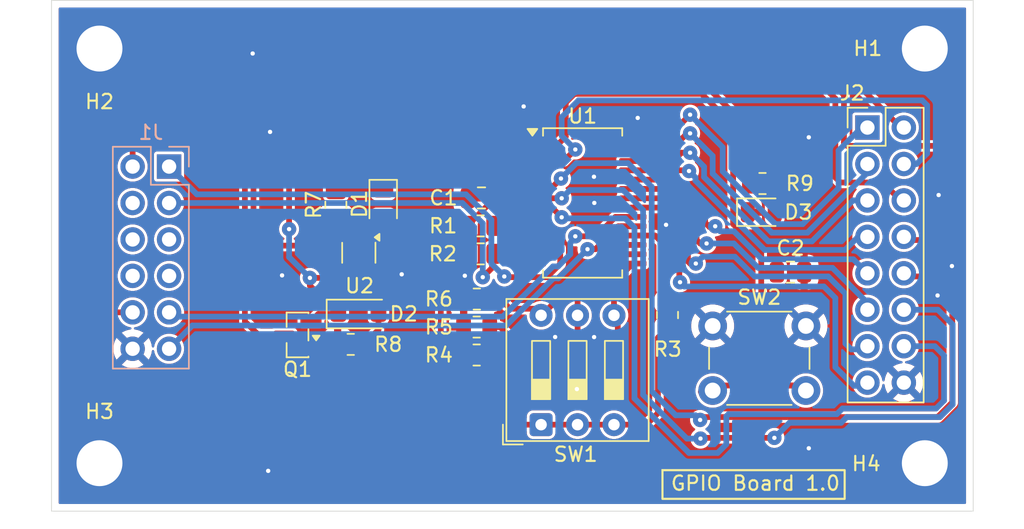
<source format=kicad_pcb>
(kicad_pcb (version 20241229) (generator "pcbnew") (generator_version "9.0")
  (title_block (title "GPIO_Board") (date "2025-10-26") (rev "1.0") (company "PKl"))
  (layers (0 "F.Cu" signal) (2 "B.Cu" signal) (13 "F.Paste" user) (15 "B.Paste" user) (5 "F.SilkS" user "F.Silkscreen") (7 "B.SilkS" user "B.Silkscreen") (1 "F.Mask" user) (3 "B.Mask" user) (25 "Edge.Cuts" user))
  (net 0 "")
  (net 1 "GND")
  (net 2 "I2C0_SDA")
  (net 3 "I2C0_SCL")
  (net 4 "Net-(U1-~{RESET})")
  (net 5 "GPA0")
  (net 6 "GPB0")
  (net 7 "GPB1")
  (net 8 "GPB4")
  (net 9 "GPA1")
  (net 10 "GPA2")
  (net 11 "GPA3")
  (net 12 "GPB6")
  (net 13 "GPA6")
  (net 14 "GPB5")
  (net 15 "GPA7")
  (net 16 "GPB3")
  (net 17 "GPA5")
  (net 18 "GPA4")
  (net 19 "GPB2")
  (net 20 "GPB7")
  (net 21 "ON")
  (net 23 "3V3_GPIO")
  (net 24 "Net-(D1-K)")
  (net 25 "Net-(U1-A0)")
  (net 26 "Net-(U1-A1)")
  (net 27 "Net-(U1-A2)")
  (net 30 "3V3_IN")
  (net 31 "3V3_OUT")
  (net 32 "Net-(D2-A)")
  (net 33 "Net-(D3-A)")
  (net 35 "INTB")
  (net 36 "INTA")
  (footprint "MountingHole:MountingHole_3.2mm_M3_DIN965_Pad" (layer "F.Cu") (at 140.635 79.814999)
    (property "Reference" "H1" (at -3.975 -0.004999 0) (layer "F.SilkS"))
    (property "Value" "MountingHole_Pad" (hide yes))
    (pad "1" thru_hole circle (at 0 0) (size 5.6 5.6) (drill 3.2) (layers "*.Cu" "*.Mask") (net 1 "GND"))
  )
  (footprint "Capacitor_SMD:C_0805_2012Metric" (layer "F.Cu") (at 109.735 90.225 180)
    (property "Reference" "C1" (at 2.65 0 0) (layer "F.SilkS"))
    (property "Value" "100nF")
    (pad "1" smd roundrect (at -0.95 0 180) (size 1 1.45) (layers "F.Cu" "F.Mask" "F.Paste") (net 23 "3V3_GPIO"))
    (pad "2" smd roundrect (at 0.95 0 180) (size 1 1.45) (layers "F.Cu" "F.Mask" "F.Paste") (net 1 "GND"))
  )
  (footprint "Resistor_SMD:R_0805_2012Metric" (layer "F.Cu") (at 100.6225 100.435)
    (property "Reference" "R8" (at 2.6125 0 0) (layer "F.SilkS"))
    (property "Value" "100K")
    (pad "1" smd roundrect (at -0.9125 0) (size 1.025 1.4) (layers "F.Cu" "F.Mask" "F.Paste") (roundrect_rratio 0.243902) (net 1 "GND"))
    (pad "2" smd roundrect (at 0.9125 0) (size 1.025 1.4) (layers "F.Cu" "F.Mask" "F.Paste") (roundrect_rratio 0.243902) (net 32 "Net-(D2-A)"))
  )
  (footprint "MountingHole:MountingHole_3.2mm_M3_DIN965_Pad" (layer "F.Cu") (at 83.11 108.714999)
    (property "Reference" "H3" (at 0 -3.6 0) (layer "F.SilkS"))
    (property "Value" "MountingHole_Pad")
    (pad "1" thru_hole circle (at 0 0) (size 5.6 5.6) (drill 3.2) (layers "*.Cu" "*.Mask") (net 1 "GND"))
  )
  (footprint "Resistor_SMD:R_0805_2012Metric" (layer "F.Cu") (at 109.4 99.225)
    (property "Reference" "R5" (at -2.6375 0 0) (layer "F.SilkS"))
    (property "Value" "47K")
    (pad "1" smd roundrect (at -0.9125 0) (size 1.025 1.4) (layers "F.Cu" "F.Mask" "F.Paste") (roundrect_rratio 0.243902) (net 1 "GND"))
    (pad "2" smd roundrect (at 0.9125 0) (size 1.025 1.4) (layers "F.Cu" "F.Mask" "F.Paste") (roundrect_rratio 0.243902) (net 26 "Net-(U1-A1)"))
  )
  (footprint "Package_SO:SSOP-28_5.3x10.2mm_P0.65mm" (layer "F.Cu") (at 116.785 90.575)
    (property "Reference" "U1" (at 0 -6.05 0) (layer "F.SilkS"))
    (property "Value" "MCP23017_SS")
    (pad "1" smd roundrect (at -3.5 -4.225) (size 1.9 0.4) (layers "F.Cu" "F.Mask" "F.Paste") (net 6 "GPB0"))
    (pad "2" smd roundrect (at -3.5 -3.575) (size 1.9 0.4) (layers "F.Cu" "F.Mask" "F.Paste") (net 7 "GPB1"))
    (pad "3" smd roundrect (at -3.5 -2.925) (size 1.9 0.4) (layers "F.Cu" "F.Mask" "F.Paste") (net 19 "GPB2"))
    (pad "4" smd roundrect (at -3.5 -2.275) (size 1.9 0.4) (layers "F.Cu" "F.Mask" "F.Paste") (net 16 "GPB3"))
    (pad "5" smd roundrect (at -3.5 -1.625) (size 1.9 0.4) (layers "F.Cu" "F.Mask" "F.Paste") (net 8 "GPB4"))
    (pad "6" smd roundrect (at -3.5 -0.975) (size 1.9 0.4) (layers "F.Cu" "F.Mask" "F.Paste") (net 14 "GPB5"))
    (pad "7" smd roundrect (at -3.5 -0.325) (size 1.9 0.4) (layers "F.Cu" "F.Mask" "F.Paste") (net 12 "GPB6"))
    (pad "8" smd roundrect (at -3.5 0.325) (size 1.9 0.4) (layers "F.Cu" "F.Mask" "F.Paste") (net 20 "GPB7"))
    (pad "9" smd roundrect (at -3.5 0.975) (size 1.9 0.4) (layers "F.Cu" "F.Mask" "F.Paste") (net 23 "3V3_GPIO"))
    (pad "10" smd roundrect (at -3.5 1.625) (size 1.9 0.4) (layers "F.Cu" "F.Mask" "F.Paste") (net 1 "GND"))
    (pad "11" smd roundrect (at -3.5 2.275) (size 1.9 0.4) (layers "F.Cu" "F.Mask" "F.Paste"))
    (pad "12" smd roundrect (at -3.5 2.925) (size 1.9 0.4) (layers "F.Cu" "F.Mask" "F.Paste") (net 3 "I2C0_SCL"))
    (pad "13" smd roundrect (at -3.5 3.575) (size 1.9 0.4) (layers "F.Cu" "F.Mask" "F.Paste") (net 2 "I2C0_SDA"))
    (pad "14" smd roundrect (at -3.5 4.225) (size 1.9 0.4) (layers "F.Cu" "F.Mask" "F.Paste"))
    (pad "15" smd roundrect (at 3.5 4.225) (size 1.9 0.4) (layers "F.Cu" "F.Mask" "F.Paste") (net 25 "Net-(U1-A0)"))
    (pad "16" smd roundrect (at 3.5 3.575) (size 1.9 0.4) (layers "F.Cu" "F.Mask" "F.Paste") (net 26 "Net-(U1-A1)"))
    (pad "17" smd roundrect (at 3.5 2.925) (size 1.9 0.4) (layers "F.Cu" "F.Mask" "F.Paste") (net 27 "Net-(U1-A2)"))
    (pad "18" smd roundrect (at 3.5 2.275) (size 1.9 0.4) (layers "F.Cu" "F.Mask" "F.Paste") (net 4 "Net-(U1-~{RESET})"))
    (pad "19" smd roundrect (at 3.5 1.625) (size 1.9 0.4) (layers "F.Cu" "F.Mask" "F.Paste") (net 35 "INTB"))
    (pad "20" smd roundrect (at 3.5 0.975) (size 1.9 0.4) (layers "F.Cu" "F.Mask" "F.Paste") (net 36 "INTA"))
    (pad "21" smd roundrect (at 3.5 0.325) (size 1.9 0.4) (layers "F.Cu" "F.Mask" "F.Paste") (net 5 "GPA0"))
    (pad "22" smd roundrect (at 3.5 -0.325) (size 1.9 0.4) (layers "F.Cu" "F.Mask" "F.Paste") (net 9 "GPA1"))
    (pad "23" smd roundrect (at 3.5 -0.975) (size 1.9 0.4) (layers "F.Cu" "F.Mask" "F.Paste") (net 10 "GPA2"))
    (pad "24" smd roundrect (at 3.5 -1.625) (size 1.9 0.4) (layers "F.Cu" "F.Mask" "F.Paste") (net 11 "GPA3"))
    (pad "25" smd roundrect (at 3.5 -2.275) (size 1.9 0.4) (layers "F.Cu" "F.Mask" "F.Paste") (net 18 "GPA4"))
    (pad "26" smd roundrect (at 3.5 -2.925) (size 1.9 0.4) (layers "F.Cu" "F.Mask" "F.Paste") (net 17 "GPA5"))
    (pad "27" smd roundrect (at 3.5 -3.575) (size 1.9 0.4) (layers "F.Cu" "F.Mask" "F.Paste") (net 13 "GPA6"))
    (pad "28" smd roundrect (at 3.5 -4.225) (size 1.9 0.4) (layers "F.Cu" "F.Mask" "F.Paste") (net 15 "GPA7"))
  )
  (footprint "LED_SMD:LED_0805_2012Metric" (layer "F.Cu") (at 129.235 91.22125)
    (property "Reference" "D3" (at 2.5875 0 0) (layer "F.SilkS"))
    (property "Value" "LED")
    (pad "1" smd roundrect (at -0.9375 0) (size 0.975 1.4) (layers "F.Cu" "F.Mask" "F.Paste") (net 1 "GND"))
    (pad "2" smd roundrect (at 0.9375 0) (size 0.975 1.4) (layers "F.Cu" "F.Mask" "F.Paste") (net 33 "Net-(D3-A)"))
  )
  (footprint "Capacitor_SMD:C_0805_2012Metric" (layer "F.Cu") (at 131.275 95.4)
    (property "Reference" "C2" (at 0 -1.68 0) (layer "F.SilkS"))
    (property "Value" "100nF")
    (pad "1" smd roundrect (at -0.95 0) (size 1 1.45) (layers "F.Cu" "F.Mask" "F.Paste") (net 7 "GPB1"))
    (pad "2" smd roundrect (at 0.95 0) (size 1 1.45) (layers "F.Cu" "F.Mask" "F.Paste") (net 1 "GND"))
  )
  (footprint "Package_TO_SOT_SMD:SOT-23" (layer "F.Cu") (at 96.9125 99.775 180)
    (property "Reference" "Q1" (at 0 -2.4 0) (layer "F.SilkS"))
    (property "Value" "AO3407A")
    (pad "1" smd roundrect (at -0.9375 -0.95 180) (size 1.475 0.6) (layers "F.Cu" "F.Mask" "F.Paste") (net 32 "Net-(D2-A)"))
    (pad "2" smd roundrect (at -0.9375 0.95 180) (size 1.475 0.6) (layers "F.Cu" "F.Mask" "F.Paste") (net 31 "3V3_OUT"))
    (pad "3" smd roundrect (at 0.9375 0 180) (size 1.475 0.6) (layers "F.Cu" "F.Mask" "F.Paste") (net 30 "3V3_IN"))
  )
  (footprint "Button_Switch_THT:SW_PUSH_6mm" (layer "F.Cu") (at 125.85 99.15)
    (property "Reference" "SW2" (at 3.25 -2 0) (layer "F.SilkS"))
    (property "Value" "Tact Switch 6x6mm / 13mm" (hide yes))
    (pad "1" thru_hole circle (at 0 0 90) (size 2 2) (drill 1.1) (layers "*.Cu" "*.Mask") (net 1 "GND"))
    (pad "1" thru_hole circle (at 6.5 0 90) (size 2 2) (drill 1.1) (layers "*.Cu" "*.Mask") (net 1 "GND"))
    (pad "2" thru_hole circle (at 0 4.5 90) (size 2 2) (drill 1.1) (layers "*.Cu" "*.Mask") (net 7 "GPB1"))
    (pad "2" thru_hole circle (at 6.5 4.5 90) (size 2 2) (drill 1.1) (layers "*.Cu" "*.Mask") (net 7 "GPB1"))
  )
  (footprint "Diode_SMD:D_SOD-123F" (layer "F.Cu") (at 101.155 98.315)
    (property "Reference" "D2" (at 3.16 0 0) (layer "F.SilkS"))
    (property "Value" "BZT52C5V1-DIO")
    (pad "1" smd roundrect (at -1.4 0) (size 1.1 1.1) (layers "F.Cu" "F.Mask" "F.Paste") (roundrect_rratio 0.2272727273) (net 31 "3V3_OUT"))
    (pad "2" smd roundrect (at 1.4 0) (size 1.1 1.1) (layers "F.Cu" "F.Mask" "F.Paste") (roundrect_rratio 0.2272727273) (net 32 "Net-(D2-A)"))
  )
  (footprint "Resistor_SMD:R_0805_2012Metric" (layer "F.Cu") (at 129.3225 89.22125 180)
    (property "Reference" "R9" (at -2.6 0 0) (layer "F.SilkS"))
    (property "Value" "330")
    (pad "1" smd roundrect (at -0.9125 0 180) (size 1.025 1.4) (layers "F.Cu" "F.Mask" "F.Paste") (roundrect_rratio 0.243902) (net 33 "Net-(D3-A)"))
    (pad "2" smd roundrect (at 0.9125 0 180) (size 1.025 1.4) (layers "F.Cu" "F.Mask" "F.Paste") (roundrect_rratio 0.243902) (net 6 "GPB0"))
  )
  (footprint "MountingHole:MountingHole_3.2mm_M3_DIN965_Pad" (layer "F.Cu") (at 83.11 79.814999)
    (property "Reference" "H2" (at 0 3.7 0) (layer "F.SilkS"))
    (property "Value" "MountingHole_Pad" (hide yes))
    (pad "1" thru_hole circle (at 0 0) (size 5.6 5.6) (drill 3.2) (layers "*.Cu" "*.Mask") (net 1 "GND"))
  )
  (footprint "Button_Switch_THT:SW_DIP_SPSTx03_Slide_9.78x9.8mm_W7.62mm_P2.54mm" (layer "F.Cu") (at 113.89 106.03 90)
    (property "Reference" "SW1" (at -2.07 2.41 0) (layer "F.SilkS"))
    (property "Value" "SW_DIP_x03")
    (pad "1" thru_hole roundrect (at 0 0 90) (size 1.6 1.6) (drill 0.8) (layers "*.Cu" "*.Mask") (roundrect_rratio 0.15625) (net 23 "3V3_GPIO"))
    (pad "2" thru_hole circle (at 0 2.54 90) (size 1.6 1.6) (drill 0.8) (layers "*.Cu" "*.Mask") (net 23 "3V3_GPIO"))
    (pad "3" thru_hole circle (at 0 5.08 90) (size 1.6 1.6) (drill 0.8) (layers "*.Cu" "*.Mask") (net 23 "3V3_GPIO"))
    (pad "4" thru_hole circle (at 7.62 5.08 90) (size 1.6 1.6) (drill 0.8) (layers "*.Cu" "*.Mask") (net 25 "Net-(U1-A0)"))
    (pad "5" thru_hole circle (at 7.62 2.54 90) (size 1.6 1.6) (drill 0.8) (layers "*.Cu" "*.Mask") (net 26 "Net-(U1-A1)"))
    (pad "6" thru_hole circle (at 7.62 0 90) (size 1.6 1.6) (drill 0.8) (layers "*.Cu" "*.Mask") (net 27 "Net-(U1-A2)"))
  )
  (footprint "Resistor_SMD:R_0805_2012Metric" (layer "F.Cu") (at 99.585 90.7125 90)
    (property "Reference" "R7" (at 0 -1.55 90) (layer "F.SilkS"))
    (property "Value" "1K")
    (pad "1" smd roundrect (at -0.9125 0 90) (size 1.025 1.4) (layers "F.Cu" "F.Mask" "F.Paste") (roundrect_rratio 0.243902) (net 1 "GND"))
    (pad "2" smd roundrect (at 0.9125 0 90) (size 1.025 1.4) (layers "F.Cu" "F.Mask" "F.Paste") (roundrect_rratio 0.243902) (net 24 "Net-(D1-K)"))
  )
  (footprint "Connector_PinHeader_2.54mm:PinHeader_2x08_P2.54mm_Vertical" (layer "F.Cu") (at 136.635 85.32)
    (property "Reference" "J2" (at -1.06 -2.4 0) (layer "F.SilkS"))
    (property "Value" "GPIO")
    (pad "1" thru_hole rect (at 0 0) (size 1.7 1.7) (drill 1) (layers "*.Cu" "*.Mask") (net 15 "GPA7"))
    (pad "2" thru_hole circle (at 2.54 0) (size 1.7 1.7) (drill 1) (layers "*.Cu" "*.Mask") (net 31 "3V3_OUT"))
    (pad "3" thru_hole circle (at 0 2.54) (size 1.7 1.7) (drill 1) (layers "*.Cu" "*.Mask") (net 13 "GPA6"))
    (pad "4" thru_hole circle (at 2.54 2.54) (size 1.7 1.7) (drill 1) (layers "*.Cu" "*.Mask") (net 19 "GPB2"))
    (pad "5" thru_hole circle (at 0 5.08) (size 1.7 1.7) (drill 1) (layers "*.Cu" "*.Mask") (net 17 "GPA5"))
    (pad "6" thru_hole circle (at 2.54 5.08) (size 1.7 1.7) (drill 1) (layers "*.Cu" "*.Mask") (net 16 "GPB3"))
    (pad "7" thru_hole circle (at 0 7.62) (size 1.7 1.7) (drill 1) (layers "*.Cu" "*.Mask") (net 18 "GPA4"))
    (pad "8" thru_hole circle (at 2.54 7.62) (size 1.7 1.7) (drill 1) (layers "*.Cu" "*.Mask") (net 8 "GPB4"))
    (pad "9" thru_hole circle (at 0 10.16) (size 1.7 1.7) (drill 1) (layers "*.Cu" "*.Mask") (net 11 "GPA3"))
    (pad "10" thru_hole circle (at 2.54 10.16) (size 1.7 1.7) (drill 1) (layers "*.Cu" "*.Mask") (net 14 "GPB5"))
    (pad "11" thru_hole circle (at 0 12.7) (size 1.7 1.7) (drill 1) (layers "*.Cu" "*.Mask") (net 10 "GPA2"))
    (pad "12" thru_hole circle (at 2.54 12.7) (size 1.7 1.7) (drill 1) (layers "*.Cu" "*.Mask") (net 12 "GPB6"))
    (pad "13" thru_hole circle (at 0 15.24) (size 1.7 1.7) (drill 1) (layers "*.Cu" "*.Mask") (net 9 "GPA1"))
    (pad "14" thru_hole circle (at 2.54 15.24) (size 1.7 1.7) (drill 1) (layers "*.Cu" "*.Mask") (net 20 "GPB7"))
    (pad "15" thru_hole circle (at 0 17.78) (size 1.7 1.7) (drill 1) (layers "*.Cu" "*.Mask") (net 5 "GPA0"))
    (pad "16" thru_hole circle (at 2.54 17.78) (size 1.7 1.7) (drill 1) (layers "*.Cu" "*.Mask") (net 1 "GND"))
  )
  (footprint "Resistor_SMD:R_0805_2012Metric" (layer "F.Cu") (at 109.6725 94.125 180)
    (property "Reference" "R2" (at 2.6375 0 0) (layer "F.SilkS"))
    (property "Value" "0")
    (pad "1" smd roundrect (at -0.9125 0 180) (size 1.025 1.4) (layers "F.Cu" "F.Mask" "F.Paste") (roundrect_rratio 0.243902) (net 2 "I2C0_SDA"))
    (pad "2" smd roundrect (at 0.9125 0 180) (size 1.025 1.4) (layers "F.Cu" "F.Mask" "F.Paste") (roundrect_rratio 0.243902) (net 23 "3V3_GPIO"))
  )
  (footprint "Resistor_SMD:R_0805_2012Metric" (layer "F.Cu") (at 109.6725 92.175 180)
    (property "Reference" "R1" (at 2.6125 0 0) (layer "F.SilkS"))
    (property "Value" "0")
    (pad "1" smd roundrect (at -0.9125 0 180) (size 1.025 1.4) (layers "F.Cu" "F.Mask" "F.Paste") (roundrect_rratio 0.243902) (net 3 "I2C0_SCL"))
    (pad "2" smd roundrect (at 0.9125 0 180) (size 1.025 1.4) (layers "F.Cu" "F.Mask" "F.Paste") (roundrect_rratio 0.243902) (net 23 "3V3_GPIO"))
  )
  (footprint "Resistor_SMD:R_0805_2012Metric" (layer "F.Cu") (at 109.4 101.175)
    (property "Reference" "R4" (at -2.6375 0 0) (layer "F.SilkS"))
    (property "Value" "47K")
    (pad "1" smd roundrect (at -0.9125 0) (size 1.025 1.4) (layers "F.Cu" "F.Mask" "F.Paste") (roundrect_rratio 0.243902) (net 1 "GND"))
    (pad "2" smd roundrect (at 0.9125 0) (size 1.025 1.4) (layers "F.Cu" "F.Mask" "F.Paste") (roundrect_rratio 0.243902) (net 25 "Net-(U1-A0)"))
  )
  (footprint "LED_SMD:LED_0805_2012Metric" (layer "F.Cu") (at 102.885 90.65 -90)
    (property "Reference" "D1" (at 0 1.65 90) (layer "F.SilkS"))
    (property "Value" "LED")
    (pad "1" smd roundrect (at -0.9375 0 270) (size 0.975 1.4) (layers "F.Cu" "F.Mask" "F.Paste") (net 24 "Net-(D1-K)"))
    (pad "2" smd roundrect (at 0.9375 0 270) (size 0.975 1.4) (layers "F.Cu" "F.Mask" "F.Paste") (net 23 "3V3_GPIO"))
  )
  (footprint "Package_TO_SOT_SMD:SOT-363_SC-70-6" (layer "F.Cu") (at 101.185 94.05 -90)
    (property "Reference" "U2" (at 2.3 -0.05 0) (layer "F.SilkS"))
    (property "Value" "SIP32431DR3-T1GE3")
    (pad "1" smd roundrect (at -0.95 -0.65 270) (size 0.65 0.4) (layers "F.Cu" "F.Mask" "F.Paste") (net 23 "3V3_GPIO"))
    (pad "2" smd roundrect (at -0.95 0 270) (size 0.65 0.4) (layers "F.Cu" "F.Mask" "F.Paste") (net 1 "GND"))
    (pad "3" smd roundrect (at -0.95 0.65 270) (size 0.65 0.4) (layers "F.Cu" "F.Mask" "F.Paste") (net 21 "ON"))
    (pad "4" smd roundrect (at 0.95 0.65 270) (size 0.65 0.4) (layers "F.Cu" "F.Mask" "F.Paste") (net 31 "3V3_OUT"))
    (pad "5" smd roundrect (at 0.95 0 270) (size 0.65 0.4) (layers "F.Cu" "F.Mask" "F.Paste") (net 1 "GND"))
    (pad "6" smd roundrect (at 0.95 -0.65 270) (size 0.65 0.4) (layers "F.Cu" "F.Mask" "F.Paste"))
  )
  (footprint "MountingHole:MountingHole_3.2mm_M3_DIN965_Pad" (layer "F.Cu") (at 140.635 108.714999)
    (property "Reference" "H4" (at -4.085 0.035001 0) (layer "F.SilkS"))
    (property "Value" "MountingHole_Pad")
    (pad "1" thru_hole circle (at 0 0) (size 5.6 5.6) (drill 3.2) (layers "*.Cu" "*.Mask") (net 1 "GND"))
  )
  (footprint "Resistor_SMD:R_0805_2012Metric" (layer "F.Cu") (at 122.7 98.3875 -90)
    (property "Reference" "R3" (at 2.3875 -0.015 0) (layer "F.SilkS"))
    (property "Value" "10K")
    (pad "1" smd roundrect (at -0.9125 0 270) (size 1.025 1.4) (layers "F.Cu" "F.Mask" "F.Paste") (roundrect_rratio 0.243902) (net 4 "Net-(U1-~{RESET})"))
    (pad "2" smd roundrect (at 0.9125 0 270) (size 1.025 1.4) (layers "F.Cu" "F.Mask" "F.Paste") (roundrect_rratio 0.243902) (net 23 "3V3_GPIO"))
  )
  (footprint "Resistor_SMD:R_0805_2012Metric" (layer "F.Cu") (at 109.4125 97.275)
    (property "Reference" "R6" (at -2.65 0 0) (layer "F.SilkS"))
    (property "Value" "47K")
    (pad "1" smd roundrect (at -0.9125 0) (size 1.025 1.4) (layers "F.Cu" "F.Mask" "F.Paste") (roundrect_rratio 0.243902) (net 1 "GND"))
    (pad "2" smd roundrect (at 0.9125 0) (size 1.025 1.4) (layers "F.Cu" "F.Mask" "F.Paste") (roundrect_rratio 0.243902) (net 27 "Net-(U1-A2)"))
  )
  (footprint "Connector_PinHeader_2.54mm:PinHeader_2x06_P2.54mm_Vertical" (layer "B.Cu") (at 87.96 88.04 180)
    (property "Reference" "J1" (at 1.27 2.38 0) (layer "B.SilkS") (effects (justify mirror)))
    (property "Value" "COM")
    (pad "1" thru_hole rect (at 0 0 180) (size 1.7 1.7) (drill 1) (layers "*.Cu" "*.Mask") (net 3 "I2C0_SCL"))
    (pad "2" thru_hole circle (at 2.54 0 180) (size 1.7 1.7) (drill 1) (layers "*.Cu" "*.Mask") (net 30 "3V3_IN"))
    (pad "3" thru_hole circle (at 0 -2.54 180) (size 1.7 1.7) (drill 1) (layers "*.Cu" "*.Mask") (net 2 "I2C0_SDA"))
    (pad "4" thru_hole circle (at 2.54 -2.54 180) (size 1.7 1.7) (drill 1) (layers "*.Cu" "*.Mask"))
    (pad "5" thru_hole circle (at 0 -5.08 180) (size 1.7 1.7) (drill 1) (layers "*.Cu" "*.Mask"))
    (pad "6" thru_hole circle (at 2.54 -5.08 180) (size 1.7 1.7) (drill 1) (layers "*.Cu" "*.Mask"))
    (pad "7" thru_hole circle (at 0 -7.62 180) (size 1.7 1.7) (drill 1) (layers "*.Cu" "*.Mask"))
    (pad "8" thru_hole circle (at 2.54 -7.62 180) (size 1.7 1.7) (drill 1) (layers "*.Cu" "*.Mask"))
    (pad "9" thru_hole circle (at 0 -10.16 180) (size 1.7 1.7) (drill 1) (layers "*.Cu" "*.Mask") (net 36 "INTA"))
    (pad "10" thru_hole circle (at 2.54 -10.16 180) (size 1.7 1.7) (drill 1) (layers "*.Cu" "*.Mask") (net 21 "ON"))
    (pad "11" thru_hole circle (at 0 -12.7 180) (size 1.7 1.7) (drill 1) (layers "*.Cu" "*.Mask") (net 35 "INTB"))
    (pad "12" thru_hole circle (at 2.54 -12.7 180) (size 1.7 1.7) (drill 1) (layers "*.Cu" "*.Mask") (net 1 "GND"))
  )
  (gr_rect (start 122.35 109.2) (end 135.05 111.2) (stroke (width 0.15)) (fill no) (layer "F.SilkS"))
  (gr_rect (start 79.767152 76.454999) (end 144.01 112.059999) (stroke (width 0.05)) (fill no) (layer "Edge.Cuts"))
  (gr_text "GPIO Board 1.0" (at 122.85 110.7 0) (layer "F.SilkS") (effects (font (size 1 1)) (justify left bottom)))
  (segment (start 128.41 91.10875) (end 128.2975 91.22125) (width 0.4) (layer "F.Cu") (net 1))
  (segment (start 83.86 81.575) (end 84.61 80.825) (width 0.4) (layer "F.Cu") (net 1))
  (via (at 104.175 95.55) (size 1) (drill 0.3) (layers "F.Cu" "B.Cu") (net 1))
  (via (at 132.55 86) (size 1) (drill 0.3) (layers "F.Cu" "B.Cu") (net 1))
  (via (at 117.6 90.575) (size 1) (drill 0.3) (layers "F.Cu" "B.Cu") (net 1))
  (via (at 117.585 99.925) (size 1) (drill 0.3) (layers "F.Cu" "B.Cu") (net 1))
  (via (at 93.7875 80.16) (size 1) (drill 0.3) (layers "F.Cu" "B.Cu") (net 1))
  (via (at 117.575 88.75) (size 1) (drill 0.3) (layers "F.Cu" "B.Cu") (net 1))
  (via (at 132.55 107.675) (size 1) (drill 0.3) (layers "F.Cu" "B.Cu") (net 1))
  (via (at 122.6 92.1) (size 1) (drill 0.3) (layers "F.Cu" "B.Cu") (net 1))
  (via (at 141.6 90.025) (size 1) (drill 0.3) (layers "F.Cu" "B.Cu") (net 1))
  (via (at 94.8675 109.25) (size 1) (drill 0.3) (layers "F.Cu" "B.Cu") (net 1))
  (via (at 112.675 83.85) (size 1) (drill 0.3) (layers "F.Cu" "B.Cu") (net 1))
  (via (at 114.87 99.92) (size 1) (drill 0.3) (layers "F.Cu" "B.Cu") (net 1))
  (via (at 95 85.625) (size 1) (drill 0.3) (layers "F.Cu" "B.Cu") (net 1))
  (via (at 116.385 103.55) (size 1) (drill 0.3) (layers "F.Cu" "B.Cu") (net 1))
  (via (at 120.625 84.65) (size 1) (drill 0.3) (layers "F.Cu" "B.Cu") (net 1))
  (via (at 142.525 94.975) (size 1) (drill 0.3) (layers "F.Cu" "B.Cu") (net 1))
  (via (at 141.525 97.025) (size 1) (drill 0.3) (layers "F.Cu" "B.Cu") (net 1))
  (via (at 95.835 95.625) (size 1) (drill 0.3) (layers "F.Cu" "B.Cu") (net 1))
  (via (at 108.575 95.65) (size 1) (drill 0.3) (layers "F.Cu" "B.Cu") (net 1))
  (segment (start 110.475 95.1) (end 110.475 94.235) (width 0.4) (layer "F.Cu") (net 2))
  (segment (start 109.825 95.75) (end 110.475 95.1) (width 0.4) (layer "F.Cu") (net 2))
  (segment (start 110.61 94.15) (end 113.285 94.15) (width 0.4) (layer "F.Cu") (net 2))
  (segment (start 110.475 94.235) (end 110.585 94.125) (width 0.4) (layer "F.Cu") (net 2))
  (segment (start 110.585 94.125) (end 110.61 94.15) (width 0.4) (layer "F.Cu") (net 2))
  (via (at 109.825 95.75) (size 1) (drill 0.3) (layers "F.Cu" "B.Cu") (net 2))
  (segment (start 109.825 92) (end 108.405 90.58) (width 0.4) (layer "B.Cu") (net 2))
  (segment (start 87.98 90.6) (end 87.96 90.58) (width 0.4) (layer "B.Cu") (net 2))
  (segment (start 108.405 90.58) (end 87.325 90.58) (width 0.4) (layer "B.Cu") (net 2))
  (segment (start 109.825 95.75) (end 109.825 92) (width 0.4) (layer "B.Cu") (net 2))
  (segment (start 115.225 93.75) (end 114.975 93.5) (width 0.4) (layer "F.Cu") (net 3))
  (segment (start 112.05 93.5) (end 113.285 93.5) (width 0.4) (layer "F.Cu") (net 3))
  (segment (start 111.375 95.75) (end 114.3 95.75) (width 0.4) (layer "F.Cu") (net 3))
  (segment (start 114.3 95.75) (end 115.225 94.825) (width 0.4) (layer "F.Cu") (net 3))
  (segment (start 114.975 93.5) (end 113.285 93.5) (width 0.4) (layer "F.Cu") (net 3))
  (segment (start 115.225 94.825) (end 115.225 93.75) (width 0.4) (layer "F.Cu") (net 3))
  (segment (start 110.725 92.175) (end 112.05 93.5) (width 0.4) (layer "F.Cu") (net 3))
  (segment (start 110.585 92.175) (end 110.725 92.175) (width 0.4) (layer "F.Cu") (net 3))
  (segment (start 111.325 95.7) (end 111.375 95.75) (width 0.4) (layer "F.Cu") (net 3))
  (via (at 111.325 95.7) (size 1) (drill 0.3) (layers "F.Cu" "B.Cu") (net 3))
  (segment (start 110.425 94.8) (end 110.425 91.751472) (width 0.4) (layer "B.Cu") (net 3))
  (segment (start 89.895 89.975) (end 87.96 88.04) (width 0.4) (layer "B.Cu") (net 3))
  (segment (start 111.325 95.7) (end 110.425 94.8) (width 0.4) (layer "B.Cu") (net 3))
  (segment (start 108.648528 89.975) (end 89.895 89.975) (width 0.4) (layer "B.Cu") (net 3))
  (segment (start 110.425 91.751472) (end 108.648528 89.975) (width 0.4) (layer "B.Cu") (net 3))
  (segment (start 120.285 92.85) (end 121.835 92.85) (width 0.4) (layer "F.Cu") (net 4))
  (segment (start 122.335 96.625) (end 122.7 96.99) (width 0.4) (layer "F.Cu") (net 4))
  (segment (start 122.335 93.35) (end 122.335 96.625) (width 0.4) (layer "F.Cu") (net 4))
  (segment (start 122.7 96.99) (end 122.7 97.475) (width 0.4) (layer "F.Cu") (net 4))
  (segment (start 121.835 92.85) (end 122.335 93.35) (width 0.4) (layer "F.Cu") (net 4))
  (segment (start 123.525 91.65) (end 123.525 96.05) (width 0.4) (layer "F.Cu") (net 5))
  (segment (start 123.525 96.05) (end 123.575 96.1) (width 0.4) (layer "F.Cu") (net 5))
  (segment (start 122.775 90.9) (end 123.525 91.65) (width 0.4) (layer "F.Cu") (net 5))
  (segment (start 120.285 90.9) (end 122.775 90.9) (width 0.4) (layer "F.Cu") (net 5))
  (via (at 123.575 96.1) (size 1) (drill 0.3) (layers "F.Cu" "B.Cu") (net 5))
  (segment (start 134.4 102.025) (end 134.4 97.2) (width 0.4) (layer "B.Cu") (net 5))
  (segment (start 123.875 96.4) (end 123.575 96.1) (width 0.4) (layer "B.Cu") (net 5))
  (segment (start 134.4 97.2) (end 133.6 96.4) (width 0.4) (layer "B.Cu") (net 5))
  (segment (start 135.695 103.32) (end 134.4 102.025) (width 0.4) (layer "B.Cu") (net 5))
  (segment (start 133.6 96.4) (end 123.875 96.4) (width 0.4) (layer "B.Cu") (net 5))
  (segment (start 136.635 103.32) (end 135.695 103.32) (width 0.4) (layer "B.Cu") (net 5))
  (segment (start 127.875 88.68625) (end 128.41 89.22125) (width 0.4) (layer "F.Cu") (net 6))
  (segment (start 125.35 82.375) (end 127.875 84.9) (width 0.4) (layer "F.Cu") (net 6))
  (segment (start 115.01 85.7) (end 115.01 83.3) (width 0.4) (layer "F.Cu") (net 6))
  (segment (start 115.935 82.375) (end 125.35 82.375) (width 0.4) (layer "F.Cu") (net 6))
  (segment (start 114.36 86.35) (end 115.01 85.7) (width 0.4) (layer "F.Cu") (net 6))
  (segment (start 115.01 83.3) (end 115.935 82.375) (width 0.4) (layer "F.Cu") (net 6))
  (segment (start 127.875 84.9) (end 127.875 88.68625) (width 0.4) (layer "F.Cu") (net 6))
  (segment (start 113.285 86.35) (end 114.36 86.35) (width 0.4) (layer "F.Cu") (net 6))
  (segment (start 125.08875 82.975) (end 127.275 85.16125) (width 0.4) (layer "F.Cu") (net 7))
  (segment (start 127.275 92.05) (end 129.235 94.01) (width 0.4) (layer "F.Cu") (net 7))
  (segment (start 114.558528 87) (end 115.61 85.948528) (width 0.4) (layer "F.Cu") (net 7))
  (segment (start 115.61 85.948528) (end 115.61 83.575) (width 0.4) (layer "F.Cu") (net 7))
  (segment (start 129.235 94.01) (end 129.235 95.79625) (width 0.4) (layer "F.Cu") (net 7))
  (segment (start 129.93875 103.3) (end 129.235 102.59625) (width 0.4) (layer "F.Cu") (net 7))
  (segment (start 129.235 102.59625) (end 129.235 95.79625) (width 0.4) (layer "F.Cu") (net 7))
  (segment (start 127.275 85.16125) (end 127.275 92.05) (width 0.4) (layer "F.Cu") (net 7))
  (segment (start 116.21 82.975) (end 125.08875 82.975) (width 0.4) (layer "F.Cu") (net 7))
  (segment (start 115.61 83.575) (end 116.21 82.975) (width 0.4) (layer "F.Cu") (net 7))
  (segment (start 125.025 103.74625) (end 125.47125 103.3) (width 0.4) (layer "F.Cu") (net 7))
  (segment (start 129.635 95.39625) (end 129.235 95.79625) (width 0.4) (layer "F.Cu") (net 7))
  (segment (start 130.32125 95.39625) (end 129.635 95.39625) (width 0.4) (layer "F.Cu") (net 7))
  (segment (start 131.45 103.3) (end 129.93875 103.3) (width 0.4) (layer "F.Cu") (net 7))
  (segment (start 130.325 95.4) (end 130.32125 95.39625) (width 0.4) (layer "F.Cu") (net 7))
  (segment (start 125.47125 103.3) (end 131.45 103.3) (width 0.4) (layer "F.Cu") (net 7))
  (segment (start 113.285 87) (end 114.558528 87) (width 0.4) (layer "F.Cu") (net 7))
  (segment (start 135 86.375) (end 135 83.051472) (width 0.4) (layer "F.Cu") (net 8))
  (segment (start 111.825 88.95) (end 113.285 88.95) (width 0.4) (layer "F.Cu") (net 8))
  (segment (start 135.225 86.6) (end 135 86.375) (width 0.4) (layer "F.Cu") (net 8))
  (segment (start 142.075 86.6) (end 135.225 86.6) (width 0.4) (layer "F.Cu") (net 8))
  (segment (start 142.675 87.2) (end 142.075 86.6) (width 0.4) (layer "F.Cu") (net 8))
  (segment (start 141.99 93.16) (end 142.675 92.475) (width 0.4) (layer "F.Cu") (net 8))
  (segment (start 110.15 83.076472) (end 110.15 87.275) (width 0.4) (layer "F.Cu") (net 8))
  (segment (start 139.175 93.16) (end 141.99 93.16) (width 0.4) (layer "F.Cu") (net 8))
  (segment (start 112.051472 81.175) (end 110.15 83.076472) (width 0.4) (layer "F.Cu") (net 8))
  (segment (start 139.175 93.15) (end 139.175 93.16) (width 0.4) (layer "F.Cu") (net 8))
  (segment (start 135 83.051472) (end 133.123528 81.175) (width 0.4) (layer "F.Cu") (net 8))
  (segment (start 133.123528 81.175) (end 112.051472 81.175) (width 0.4) (layer "F.Cu") (net 8))
  (segment (start 110.15 87.275) (end 111.825 88.95) (width 0.4) (layer "F.Cu") (net 8))
  (segment (start 142.675 92.475) (end 142.675 87.2) (width 0.4) (layer "F.Cu") (net 8))
  (segment (start 124.675 94.8) (end 124.275 94.8) (width 0.4) (layer "F.Cu") (net 9))
  (segment (start 122.975 90.25) (end 120.285 90.25) (width 0.4) (layer "F.Cu") (net 9))
  (segment (start 124.275 94.8) (end 124.125 94.65) (width 0.4) (layer "F.Cu") (net 9))
  (segment (start 124.125 91.4) (end 122.975 90.25) (width 0.4) (layer "F.Cu") (net 9))
  (segment (start 124.125 94.65) (end 124.125 91.4) (width 0.4) (layer "F.Cu") (net 9))
  (via (at 124.675 94.8) (size 1) (drill 0.3) (layers "F.Cu" "B.Cu") (net 9))
  (segment (start 135.1 100.375) (end 135.505 100.78) (width 0.4) (layer "B.Cu") (net 9))
  (segment (start 128.775 95.7) (end 133.9 95.7) (width 0.4) (layer "B.Cu") (net 9))
  (segment (start 124.675 94.8) (end 125.15 94.325) (width 0.4) (layer "B.Cu") (net 9))
  (segment (start 133.9 95.7) (end 135.1 96.9) (width 0.4) (layer "B.Cu") (net 9))
  (segment (start 135.1 96.9) (end 135.1 100.375) (width 0.4) (layer "B.Cu") (net 9))
  (segment (start 127.4 94.325) (end 128.775 95.7) (width 0.4) (layer "B.Cu") (net 9))
  (segment (start 135.505 100.78) (end 136.635 100.78) (width 0.4) (layer "B.Cu") (net 9))
  (segment (start 125.15 94.325) (end 127.4 94.325) (width 0.4) (layer "B.Cu") (net 9))
  (segment (start 124.725 91.15) (end 123.175 89.6) (width 0.4) (layer "F.Cu") (net 10))
  (segment (start 124.725 93.15) (end 124.725 91.15) (width 0.4) (layer "F.Cu") (net 10))
  (segment (start 124.975 93.4) (end 124.725 93.15) (width 0.4) (layer "F.Cu") (net 10))
  (segment (start 125.425 93.4) (end 124.975 93.4) (width 0.4) (layer "F.Cu") (net 10))
  (segment (start 123.175 89.6) (end 120.285 89.6) (width 0.4) (layer "F.Cu") (net 10))
  (via (at 125.425 93.4) (size 1) (drill 0.3) (layers "F.Cu" "B.Cu") (net 10))
  (segment (start 136.635 97.535) (end 134.2 95.1) (width 0.4) (layer "B.Cu") (net 10))
  (segment (start 129.025 95.1) (end 127.325 93.4) (width 0.4) (layer "B.Cu") (net 10))
  (segment (start 136.635 98.24) (end 136.635 98.02) (width 0.4) (layer "B.Cu") (net 10))
  (segment (start 127.325 93.4) (end 125.425 93.4) (width 0.4) (layer "B.Cu") (net 10))
  (segment (start 134.2 95.1) (end 129.025 95.1) (width 0.4) (layer "B.Cu") (net 10))
  (segment (start 136.635 98.02) (end 136.635 97.535) (width 0.4) (layer "B.Cu") (net 10))
  (segment (start 125.325 91.95) (end 125.325 90.901472) (width 0.4) (layer "F.Cu") (net 11))
  (segment (start 126.025 92.2) (end 125.975 92.25) (width 0.4) (layer "F.Cu") (net 11))
  (segment (start 123.373528 88.95) (end 120.285 88.95) (width 0.4) (layer "F.Cu") (net 11))
  (segment (start 125.625 92.25) (end 125.325 91.95) (width 0.4) (layer "F.Cu") (net 11))
  (segment (start 125.325 90.901472) (end 123.373528 88.95) (width 0.4) (layer "F.Cu") (net 11))
  (segment (start 125.975 92.25) (end 125.625 92.25) (width 0.4) (layer "F.Cu") (net 11))
  (via (at 126.025 92.2) (size 1) (drill 0.3) (layers "F.Cu" "B.Cu") (net 11))
  (segment (start 135.655 94.5) (end 136.635 95.48) (width 0.4) (layer "B.Cu") (net 11))
  (segment (start 126.375 92.55) (end 127.325 92.55) (width 0.4) (layer "B.Cu") (net 11))
  (segment (start 136.635 95.48) (end 136.635 95.7) (width 0.4) (layer "B.Cu") (net 11))
  (segment (start 126.025 92.2) (end 126.375 92.55) (width 0.4) (layer "B.Cu") (net 11))
  (segment (start 129.275 94.5) (end 135.655 94.5) (width 0.4) (layer "B.Cu") (net 11))
  (segment (start 127.325 92.55) (end 129.275 94.5) (width 0.4) (layer "B.Cu") (net 11))
  (segment (start 130.15 106.95) (end 125.05 106.95) (width 0.4) (layer "F.Cu") (net 12))
  (segment (start 113.285 90.25) (end 115.325 90.25) (width 0.4) (layer "F.Cu") (net 12))
  (segment (start 115.325 90.25) (end 115.475 90.25) (width 0.4) (layer "F.Cu") (net 12))
  (segment (start 125.05 106.95) (end 125 107) (width 0.4) (layer "F.Cu") (net 12))
  (via (at 130.15 106.95) (size 1) (drill 0.3) (layers "F.Cu" "B.Cu") (net 12))
  (via (at 125 107) (size 1) (drill 0.3) (layers "F.Cu" "B.Cu") (net 12))
  (via (at 115.325 90.25) (size 1) (drill 0.3) (layers "F.Cu" "B.Cu") (net 12))
  (segment (start 141.7 105.5) (end 142.575 104.625) (width 0.4) (layer "B.Cu") (net 12))
  (segment (start 141.545 98.02) (end 139.395 98.02) (width 0.4) (layer "B.Cu") (net 12))
  (segment (start 139.395 98.02) (end 139.175 98.24) (width 0.4) (layer "B.Cu") (net 12))
  (segment (start 125 107) (end 124.05 107) (width 0.4) (layer "B.Cu") (net 12))
  (segment (start 124.05 107) (end 121 103.95) (width 0.4) (layer "B.Cu") (net 12))
  (segment (start 115.9 89.675) (end 115.325 90.25) (width 0.4) (layer "B.Cu") (net 12))
  (segment (start 121 91.075) (end 119.6 89.675) (width 0.4) (layer "B.Cu") (net 12))
  (segment (start 119.6 89.675) (end 115.9 89.675) (width 0.4) (layer "B.Cu") (net 12))
  (segment (start 130.15 106.95) (end 131.2 105.9) (width 0.4) (layer "B.Cu") (net 12))
  (segment (start 134.8 105.9) (end 135.2 105.5) (width 0.4) (layer "B.Cu") (net 12))
  (segment (start 135.2 105.5) (end 141.7 105.5) (width 0.4) (layer "B.Cu") (net 12))
  (segment (start 121 103.95) (end 121 91.075) (width 0.4) (layer "B.Cu") (net 12))
  (segment (start 142.575 104.625) (end 142.575 99.05) (width 0.4) (layer "B.Cu") (net 12))
  (segment (start 131.2 105.9) (end 134.8 105.9) (width 0.4) (layer "B.Cu") (net 12))
  (segment (start 142.575 99.05) (end 141.545 98.02) (width 0.4) (layer "B.Cu") (net 12))
  (segment (start 124.075 85.725) (end 124.275 85.725) (width 0.4) (layer "F.Cu") (net 13))
  (segment (start 120.285 87) (end 122.8 87) (width 0.4) (layer "F.Cu") (net 13))
  (segment (start 122.8 87) (end 124.075 85.725) (width 0.4) (layer "F.Cu") (net 13))
  (via (at 124.275 85.725) (size 1) (drill 0.3) (layers "F.Cu" "B.Cu") (net 13))
  (segment (start 136.635 87.86) (end 136.635 88.08) (width 0.4) (layer "B.Cu") (net 13))
  (segment (start 128.198528 90.875) (end 128.25 90.926472) (width 0.4) (layer "B.Cu") (net 13))
  (segment (start 125.85 88.526472) (end 125.861764 88.538236) (width 0.4) (layer "B.Cu") (net 13))
  (segment (start 125.861764 88.538236) (end 125.863236 88.538236) (width 0.4) (layer "B.Cu") (net 13))
  (segment (start 125.85 87.3) (end 125.85 88.526472) (width 0.4) (layer "B.Cu") (net 13))
  (segment (start 124.275 85.725) (end 125.85 87.3) (width 0.4) (layer "B.Cu") (net 13))
  (segment (start 125.863236 88.538236) (end 128.198528 90.873528) (width 0.4) (layer "B.Cu") (net 13))
  (segment (start 132.45 92.65) (end 136.635 88.465) (width 0.4) (layer "B.Cu") (net 13))
  (segment (start 129.975 92.65) (end 132.45 92.65) (width 0.4) (layer "B.Cu") (net 13))
  (segment (start 136.635 88.465) (end 136.635 88.44) (width 0.4) (layer "B.Cu") (net 13))
  (segment (start 128.251472 90.926472) (end 129.975 92.65) (width 0.4) (layer "B.Cu") (net 13))
  (segment (start 128.198528 90.873528) (end 128.198528 90.875) (width 0.4) (layer "B.Cu") (net 13))
  (segment (start 128.25 90.926472) (end 128.251472 90.926472) (width 0.4) (layer "B.Cu") (net 13))
  (segment (start 142.55 96.55) (end 141.7 95.7) (width 0.4) (layer "F.Cu") (net 14))
  (segment (start 125.175 105.5) (end 141.525 105.5) (width 0.4) (layer "F.Cu") (net 14))
  (segment (start 114.55 89.6) (end 115.275 88.875) (width 0.4) (layer "F.Cu") (net 14))
  (segment (start 113.285 89.6) (end 114.55 89.6) (width 0.4) (layer "F.Cu") (net 14))
  (segment (start 141.7 95.7) (end 139.175 95.7) (width 0.4) (layer "F.Cu") (net 14))
  (segment (start 124.975 105.7) (end 125.175 105.5) (width 0.4) (layer "F.Cu") (net 14))
  (segment (start 141.525 105.5) (end 142.55 104.475) (width 0.4) (layer "F.Cu") (net 14))
  (segment (start 142.55 104.475) (end 142.55 96.55) (width 0.4) (layer "F.Cu") (net 14))
  (via (at 115.275 88.875) (size 1) (drill 0.3) (layers "F.Cu" "B.Cu") (net 14))
  (via (at 124.975 105.7) (size 1) (drill 0.3) (layers "F.Cu" "B.Cu") (net 14))
  (segment (start 124.65 105.375) (end 123.275 105.375) (width 0.4) (layer "B.Cu") (net 14))
  (segment (start 124.975 105.7) (end 124.65 105.375) (width 0.4) (layer "B.Cu") (net 14))
  (segment (start 116.35 87.8) (end 115.275 88.875) (width 0.4) (layer "B.Cu") (net 14))
  (segment (start 119.95 87.8) (end 116.35 87.8) (width 0.4) (layer "B.Cu") (net 14))
  (segment (start 121.6 89.45) (end 119.95 87.8) (width 0.4) (layer "B.Cu") (net 14))
  (segment (start 121.6 103.7) (end 121.6 89.45) (width 0.4) (layer "B.Cu") (net 14))
  (segment (start 123.275 105.375) (end 121.6 103.7) (width 0.4) (layer "B.Cu") (net 14))
  (segment (start 120.285 86.35) (end 122.35 86.35) (width 0.4) (layer "F.Cu") (net 15))
  (segment (start 122.35 86.35) (end 124.275 84.425) (width 0.4) (layer "F.Cu") (net 15))
  (via (at 124.275 84.425) (size 1) (drill 0.3) (layers "F.Cu" "B.Cu") (net 15))
  (segment (start 124.275 84.425) (end 126.55 86.7) (width 0.4) (layer "B.Cu") (net 15))
  (segment (start 132.125 92.05) (end 134.625 89.55) (width 0.4) (layer "B.Cu") (net 15))
  (segment (start 130.225 92.05) (end 132.125 92.05) (width 0.4) (layer "B.Cu") (net 15))
  (segment (start 136.01 85.54) (end 136.635 85.54) (width 0.4) (layer "B.Cu") (net 15))
  (segment (start 134.625 86.925) (end 136.01 85.54) (width 0.4) (layer "B.Cu") (net 15))
  (segment (start 126.55 88.375) (end 130.225 92.05) (width 0.4) (layer "B.Cu") (net 15))
  (segment (start 134.625 89.55) (end 134.625 86.925) (width 0.4) (layer "B.Cu") (net 15))
  (segment (start 126.55 86.7) (end 126.55 88.375) (width 0.4) (layer "B.Cu") (net 15))
  (segment (start 134.75 89.15) (end 137.705 89.15) (width 0.4) (layer "F.Cu") (net 16))
  (segment (start 110.75 83.325) (end 112.3 81.775) (width 0.4) (layer "F.Cu") (net 16))
  (segment (start 113.285 88.3) (end 112.05 88.3) (width 0.4) (layer "F.Cu") (net 16))
  (segment (start 134.4 83.3) (end 134.4 88.8) (width 0.4) (layer "F.Cu") (net 16))
  (segment (start 110.75 87) (end 110.75 83.325) (width 0.4) (layer "F.Cu") (net 16))
  (segment (start 134.4 88.8) (end 134.75 89.15) (width 0.4) (layer "F.Cu") (net 16))
  (segment (start 112.3 81.775) (end 132.875 81.775) (width 0.4) (layer "F.Cu") (net 16))
  (segment (start 132.875 81.775) (end 134.4 83.3) (width 0.4) (layer "F.Cu") (net 16))
  (segment (start 112.05 88.3) (end 110.75 87) (width 0.4) (layer "F.Cu") (net 16))
  (segment (start 137.705 89.15) (end 139.175 90.62) (width 0.4) (layer "F.Cu") (net 16))
  (segment (start 123.675 87.075) (end 124.275 87.075) (width 0.4) (layer "F.Cu") (net 17))
  (segment (start 120.285 87.65) (end 123.1 87.65) (width 0.4) (layer "F.Cu") (net 17))
  (segment (start 123.1 87.65) (end 123.675 87.075) (width 0.4) (layer "F.Cu") (net 17))
  (via (at 124.275 87.075) (size 1) (drill 0.3) (layers "F.Cu" "B.Cu") (net 17))
  (segment (start 132.775 93.25) (end 135.625 90.4) (width 0.4) (layer "B.Cu") (net 17))
  (segment (start 125.25 88.05) (end 125.25 88.775) (width 0.4) (layer "B.Cu") (net 17))
  (segment (start 135.625 90.4) (end 136.415 90.4) (width 0.4) (layer "B.Cu") (net 17))
  (segment (start 129.725 93.25) (end 132.775 93.25) (width 0.4) (layer "B.Cu") (net 17))
  (segment (start 136.415 90.4) (end 136.635 90.62) (width 0.4) (layer "B.Cu") (net 17))
  (segment (start 124.275 87.075) (end 125.25 88.05) (width 0.4) (layer "B.Cu") (net 17))
  (segment (start 125.25 88.775) (end 129.725 93.25) (width 0.4) (layer "B.Cu") (net 17))
  (segment (start 120.285 88.3) (end 124.15 88.3) (width 0.4) (layer "F.Cu") (net 18))
  (segment (start 124.15 88.3) (end 124.2 88.35) (width 0.4) (layer "F.Cu") (net 18))
  (via (at 124.2 88.35) (size 1) (drill 0.3) (layers "F.Cu" "B.Cu") (net 18))
  (segment (start 129.475 93.85) (end 135.075 93.85) (width 0.4) (layer "B.Cu") (net 18))
  (segment (start 124.65 89.025) (end 129.475 93.85) (width 0.4) (layer "B.Cu") (net 18))
  (segment (start 124.65 88.8) (end 124.65 89.025) (width 0.4) (layer "B.Cu") (net 18))
  (segment (start 124.2 88.35) (end 124.65 88.8) (width 0.4) (layer "B.Cu") (net 18))
  (segment (start 135.985 92.94) (end 136.635 92.94) (width 0.4) (layer "B.Cu") (net 18))
  (segment (start 135.075 93.85) (end 135.985 92.94) (width 0.4) (layer "B.Cu") (net 18))
  (segment (start 115.475 87.65) (end 116.275 86.85) (width 0.4) (layer "F.Cu") (net 19))
  (segment (start 113.285 87.65) (end 115.475 87.65) (width 0.4) (layer "F.Cu") (net 19))
  (via (at 116.275 86.85) (size 1) (drill 0.3) (layers "F.Cu" "B.Cu") (net 19))
  (segment (start 140.8 87.125) (end 140.065 87.86) (width 0.4) (layer "B.Cu") (net 19))
  (segment (start 139.175 87.86) (end 139.175 88.08) (width 0.4) (layer "B.Cu") (net 19))
  (segment (start 140.065 87.86) (end 139.175 87.86) (width 0.4) (layer "B.Cu") (net 19))
  (segment (start 115.325 85.9) (end 115.325 84.6) (width 0.4) (layer "B.Cu") (net 19))
  (segment (start 116.275 86.85) (end 115.325 85.9) (width 0.4) (layer "B.Cu") (net 19))
  (segment (start 116.5 83.425) (end 140.45 83.425) (width 0.4) (layer "B.Cu") (net 19))
  (segment (start 115.325 84.6) (end 116.5 83.425) (width 0.4) (layer "B.Cu") (net 19))
  (segment (start 140.8 83.775) (end 140.8 87.125) (width 0.4) (layer "B.Cu") (net 19))
  (segment (start 140.45 83.425) (end 140.8 83.775) (width 0.4) (layer "B.Cu") (net 19))
  (segment (start 114.65 90.9) (end 115.325 91.575) (width 0.4) (layer "F.Cu") (net 20))
  (segment (start 115.325 91.575) (end 115.325 91.55) (width 0.4) (layer "F.Cu") (net 20))
  (segment (start 113.285 90.9) (end 114.65 90.9) (width 0.4) (layer "F.Cu") (net 20))
  (via (at 115.325 91.575) (size 1) (drill 0.3) (layers "F.Cu" "B.Cu") (net 20))
  (segment (start 141.425 104.9) (end 141.975 104.35) (width 0.4) (layer "B.Cu") (net 20))
  (segment (start 126.8 105.45) (end 126.95 105.3) (width 0.4) (layer "B.Cu") (net 20))
  (segment (start 120.4 92.3) (end 120.4 104.2) (width 0.4) (layer "B.Cu") (net 20))
  (segment (start 141.975 104.35) (end 141.975 101.2) (width 0.4) (layer "B.Cu") (net 20))
  (segment (start 139.395 100.56) (end 139.175 100.78) (width 0.4) (layer "B.Cu") (net 20))
  (segment (start 115.325 91.575) (end 115.4 91.65) (width 0.4) (layer "B.Cu") (net 20))
  (segment (start 141.975 101.2) (end 141.335 100.56) (width 0.4) (layer "B.Cu") (net 20))
  (segment (start 120.4 104.2) (end 124.2 108) (width 0.4) (layer "B.Cu") (net 20))
  (segment (start 134.5 105.3) (end 134.9 104.9) (width 0.4) (layer "B.Cu") (net 20))
  (segment (start 115.4 91.65) (end 119.75 91.65) (width 0.4) (layer "B.Cu") (net 20))
  (segment (start 141.335 100.56) (end 139.395 100.56) (width 0.4) (layer "B.Cu") (net 20))
  (segment (start 126.95 105.3) (end 134.5 105.3) (width 0.4) (layer "B.Cu") (net 20))
  (segment (start 126.2 108) (end 126.8 107.4) (width 0.4) (layer "B.Cu") (net 20))
  (segment (start 124.2 108) (end 126.2 108) (width 0.4) (layer "B.Cu") (net 20))
  (segment (start 134.9 104.9) (end 141.425 104.9) (width 0.4) (layer "B.Cu") (net 20))
  (segment (start 126.8 107.4) (end 126.8 105.45) (width 0.4) (layer "B.Cu") (net 20))
  (segment (start 119.75 91.65) (end 120.4 92.3) (width 0.4) (layer "B.Cu") (net 20))
  (segment (start 93.845 92.73) (end 94.665 93.55) (width 0.4) (layer "F.Cu") (net 21))
  (segment (start 93.855 86.92) (end 93.845 86.93) (width 0.4) (layer "F.Cu") (net 21))
  (segment (start 83.2 87.325) (end 85.565 84.96) (width 0.4) (layer "F.Cu") (net 21))
  (segment (start 93.845 86.93) (end 93.845 92.73) (width 0.4) (layer "F.Cu") (net 21))
  (segment (start 94.665 93.55) (end 100.085 93.55) (width 0.4) (layer "F.Cu") (net 21))
  (segment (start 85.42 98.2) (end 83.73 98.2) (width 0.4) (layer "F.Cu") (net 21))
  (segment (start 100.085 93.55) (end 100.535 93.1) (width 0.4) (layer "F.Cu") (net 21))
  (segment (start 85.565 84.96) (end 92.815 84.96) (width 0.4) (layer "F.Cu") (net 21))
  (segment (start 83.73 98.2) (end 83.2 97.67) (width 0.4) (layer "F.Cu") (net 21))
  (segment (start 92.815 84.96) (end 93.855 86) (width 0.4) (layer "F.Cu") (net 21))
  (segment (start 83.2 97.67) (end 83.2 87.325) (width 0.4) (layer "F.Cu") (net 21))
  (segment (start 93.855 86) (end 93.855 86.92) (width 0.4) (layer "F.Cu") (net 21))
  (segment (start 122.7 99.3) (end 122.035 99.965) (width 0.4) (layer "F.Cu") (net 23))
  (segment (start 108.76 92.175) (end 108.76 94.125) (width 0.4) (layer "F.Cu") (net 23))
  (segment (start 122.035 99.965) (end 122.035 105.225) (width 0.4) (layer "F.Cu") (net 23))
  (segment (start 110.685 90.225) (end 110.76 90.15) (width 0.4) (layer "F.Cu") (net 23))
  (segment (start 121.23 106.03) (end 108.215 106.03) (width 0.4) (layer "F.Cu") (net 23))
  (segment (start 106.91 94.125) (end 108.76 94.125) (width 0.4) (layer "F.Cu") (net 23))
  (segment (start 113.285 91.55) (end 111.96 91.55) (width 0.4) (layer "F.Cu") (net 23))
  (segment (start 108.76 92.175) (end 108.76 92.15) (width 0.4) (layer "F.Cu") (net 23))
  (segment (start 104.3725 91.5875) (end 106.91 94.125) (width 0.4) (layer "F.Cu") (net 23))
  (segment (start 102.885 91.5875) (end 104.3725 91.5875) (width 0.4) (layer "F.Cu") (net 23))
  (segment (start 106.9 94.135) (end 106.91 94.125) (width 0.4) (layer "F.Cu") (net 23))
  (segment (start 106.9 104.715) (end 106.9 94.135) (width 0.4) (layer "F.Cu") (net 23))
  (segment (start 111.96 91.55) (end 110.685 90.275) (width 0.4) (layer "F.Cu") (net 23))
  (segment (start 122.035 105.225) (end 121.23 106.03) (width 0.4) (layer "F.Cu") (net 23))
  (segment (start 110.685 90.275) (end 110.685 90.225) (width 0.4) (layer "F.Cu") (net 23))
  (segment (start 102.885 92.05) (end 101.835 93.1) (width 0.4) (layer "F.Cu") (net 23))
  (segment (start 102.885 91.5875) (end 102.885 92.05) (width 0.4) (layer "F.Cu") (net 23))
  (segment (start 108.76 92.15) (end 110.685 90.225) (width 0.4) (layer "F.Cu") (net 23))
  (segment (start 108.215 106.03) (end 106.9 104.715) (width 0.4) (layer "F.Cu") (net 23))
  (segment (start 102.885 89.7125) (end 99.6725 89.7125) (width 0.4) (layer "F.Cu") (net 24))
  (segment (start 99.6725 89.7125) (end 99.585 89.8) (width 0.4) (layer "F.Cu") (net 24))
  (segment (start 118.97 97.13) (end 118.975 97.125) (width 0.4) (layer "F.Cu") (net 25))
  (segment (start 111.485 101.625) (end 118.485 101.625) (width 0.4) (layer "F.Cu") (net 25))
  (segment (start 118.975 96.11) (end 120.285 94.8) (width 0.4) (layer "F.Cu") (net 25))
  (segment (start 119.235 98.675) (end 118.97 98.41) (width 0.4) (layer "F.Cu") (net 25))
  (segment (start 111.035 101.175) (end 111.485 101.625) (width 0.4) (layer "F.Cu") (net 25))
  (segment (start 118.485 101.625) (end 119.235 100.875) (width 0.4) (layer "F.Cu") (net 25))
  (segment (start 118.975 97.125) (end 118.975 96.11) (width 0.4) (layer "F.Cu") (net 25))
  (segment (start 118.97 98.41) (end 118.97 97.13) (width 0.4) (layer "F.Cu") (net 25))
  (segment (start 119.235 100.875) (end 119.235 98.675) (width 0.4) (layer "F.Cu") (net 25))
  (segment (start 110.3125 101.175) (end 111.035 101.175) (width 0.4) (layer "F.Cu") (net 25))
  (segment (start 111.035 99.225) (end 112.64 100.83) (width 0.4) (layer "F.Cu") (net 26))
  (segment (start 116.435 100.305) (end 116.435 96.775) (width 0.4) (layer "F.Cu") (net 26))
  (segment (start 115.91 100.83) (end 116.435 100.305) (width 0.4) (layer "F.Cu") (net 26))
  (segment (start 110.3125 99.225) (end 111.035 99.225) (width 0.4) (layer "F.Cu") (net 26))
  (segment (start 116.435 96.775) (end 119.06 94.15) (width 0.4) (layer "F.Cu") (net 26))
  (segment (start 112.64 100.83) (end 115.91 100.83) (width 0.4) (layer "F.Cu") (net 26))
  (segment (start 119.06 94.15) (end 120.285 94.15) (width 0.4) (layer "F.Cu") (net 26))
  (segment (start 110.325 97.275) (end 111.05 97.275) (width 0.4) (layer "F.Cu") (net 27))
  (segment (start 111.05 97.275) (end 111.725 97.95) (width 0.4) (layer "F.Cu") (net 27))
  (segment (start 111.725 97.95) (end 114.38 97.95) (width 0.4) (layer "F.Cu") (net 27))
  (segment (start 111.0475 97.275) (end 110.325 97.275) (width 0.4) (layer "F.Cu") (net 27))
  (segment (start 118.83 93.5) (end 120.285 93.5) (width 0.4) (layer "F.Cu") (net 27))
  (segment (start 114.38 97.95) (end 118.83 93.5) (width 0.4) (layer "F.Cu") (net 27))
  (segment (start 94.155 99.74) (end 95.94 99.74) (width 0.4) (layer "F.Cu") (net 30))
  (segment (start 85.42 85.98) (end 85.82 85.58) (width 0.4) (layer "F.Cu") (net 30))
  (segment (start 92.565 85.58) (end 93.245 86.26) (width 0.4) (layer "F.Cu") (net 30))
  (segment (start 95.94 99.74) (end 95.975 99.775) (width 0.4) (layer "F.Cu") (net 30))
  (segment (start 93.245 86.26) (end 93.245 98.83) (width 0.4) (layer "F.Cu") (net 30))
  (segment (start 93.245 98.83) (end 94.155 99.74) (width 0.4) (layer "F.Cu") (net 30))
  (segment (start 85.82 85.58) (end 92.565 85.58) (width 0.4) (layer "F.Cu") (net 30))
  (segment (start 85.42 88.04) (end 85.42 85.98) (width 0.4) (layer "F.Cu") (net 30))
  (segment (start 136.025 79.55) (end 136.025 82.39) (width 0.4) (layer "F.Cu") (net 31))
  (segment (start 98.325 78.25) (end 134.725 78.25) (width 0.4) (layer "F.Cu") (net 31))
  (segment (start 96.325 92.4) (end 96.325 80.25) (width 0.4) (layer "F.Cu") (net 31))
  (segment (start 100.535 95) (end 100.135 95) (width 0.4) (layer "F.Cu") (net 31))
  (segment (start 136.025 82.39) (end 139.175 85.54) (width 0.4) (layer "F.Cu") (net 31))
  (segment (start 97.85 98.825) (end 98.36 98.315) (width 0.4) (layer "F.Cu") (net 31))
  (segment (start 99.755 98.315) (end 97.775 96.335) (width 0.4) (layer "F.Cu") (net 31))
  (segment (start 98.36 98.315) (end 99.755 98.315) (width 0.4) (layer "F.Cu") (net 31))
  (segment (start 100.135 95) (end 99.66 95.475) (width 0.4) (layer "F.Cu") (net 31))
  (segment (start 96.325 80.25) (end 98.325 78.25) (width 0.4) (layer "F.Cu") (net 31))
  (segment (start 134.725 78.25) (end 136.025 79.55) (width 0.4) (layer "F.Cu") (net 31))
  (segment (start 97.775 95.8) (end 99.335 95.8) (width 0.4) (layer "F.Cu") (net 31))
  (segment (start 99.335 95.8) (end 99.66 95.475) (width 0.4) (layer "F.Cu") (net 31))
  (segment (start 97.775 96.335) (end 97.775 95.8) (width 0.4) (layer "F.Cu") (net 31))
  (via (at 97.775 95.8) (size 1) (drill 0.3) (layers "F.Cu" "B.Cu") (net 31))
  (via (at 96.325 92.4) (size 1) (drill 0.3) (layers "F.Cu" "B.Cu") (net 31))
  (segment (start 96.325 92.4) (end 96.325 94.35) (width 0.4) (layer "B.Cu") (net 31))
  (segment (start 96.325 94.35) (end 97.775 95.8) (width 0.4) (layer "B.Cu") (net 31))
  (segment (start 101.535 102.235) (end 101.135 102.635) (width 0.4) (layer "F.Cu") (net 32))
  (segment (start 101.535 100.435) (end 101.535 102.235) (width 0.4) (layer "F.Cu") (net 32))
  (segment (start 101.535 100.435) (end 102.555 99.415) (width 0.4) (layer "F.Cu") (net 32))
  (segment (start 97.85 102.25) (end 98.235 102.635) (width 0.4) (layer "F.Cu") (net 32))
  (segment (start 102.555 99.415) (end 102.555 98.315) (width 0.4) (layer "F.Cu") (net 32))
  (segment (start 101.135 102.635) (end 98.235 102.635) (width 0.4) (layer "F.Cu") (net 32))
  (segment (start 97.85 100.725) (end 97.85 102.25) (width 0.4) (layer "F.Cu") (net 32))
  (segment (start 130.235 91.15875) (end 130.1725 91.22125) (width 0.4) (layer "F.Cu") (net 33))
  (segment (start 130.235 89.22125) (end 130.235 91.15875) (width 0.4) (layer "F.Cu") (net 33))
  (segment (start 119.275 92.2) (end 120.285 92.2) (width 0.4) (layer "F.Cu") (net 35))
  (segment (start 117.675 93.8) (end 119.275 92.2) (width 0.4) (layer "F.Cu") (net 35))
  (segment (start 117.125 93.8) (end 117.675 93.8) (width 0.4) (layer "F.Cu") (net 35))
  (via (at 117.125 93.8) (size 1) (drill 0.3) (layers "F.Cu" "B.Cu") (net 35))
  (segment (start 115.095 95.83) (end 115.09 95.83) (width 0.4) (layer "B.Cu") (net 35))
  (segment (start 117.125 93.8) (end 115.095 95.83) (width 0.4) (layer "B.Cu") (net 35))
  (segment (start 111.46 99.12) (end 89.58 99.12) (width 0.4) (layer "B.Cu") (net 35))
  (segment (start 115.09 95.83) (end 114.75 95.83) (width 0.4) (layer "B.Cu") (net 35))
  (segment (start 89.58 99.12) (end 87.96 100.74) (width 0.4) (layer "B.Cu") (net 35))
  (segment (start 114.75 95.83) (end 111.46 99.12) (width 0.4) (layer "B.Cu") (net 35))
  (segment (start 119.075 91.55) (end 120.285 91.55) (width 0.4) (layer "F.Cu") (net 36))
  (segment (start 116.275 92.9) (end 117.725 92.9) (width 0.4) (layer "F.Cu") (net 36))
  (segment (start 117.725 92.9) (end 119.075 91.55) (width 0.4) (layer "F.Cu") (net 36))
  (via (at 116.275 92.9) (size 1) (drill 0.3) (layers "F.Cu" "B.Cu") (net 36))
  (segment (start 88.26 98.5) (end 87.96 98.2) (width 0.4) (layer "B.Cu") (net 36))
  (segment (start 115.925 93.35) (end 115.925 94.15) (width 0.4) (layer "B.Cu") (net 36))
  (segment (start 115.075 95) (end 114.72 95) (width 0.4) (layer "B.Cu") (net 36))
  (segment (start 116.275 93) (end 115.925 93.35) (width 0.4) (layer "B.Cu") (net 36))
  (segment (start 111.22 98.5) (end 88.26 98.5) (width 0.4) (layer "B.Cu") (net 36))
  (segment (start 114.72 95) (end 111.22 98.5) (width 0.4) (layer "B.Cu") (net 36))
  (segment (start 115.925 94.15) (end 115.075 95) (width 0.4) (layer "B.Cu") (net 36))
  (segment (start 116.275 92.9) (end 116.275 93) (width 0.4) (layer "B.Cu") (net 36))
  (zone (net 1) (net_name "GND") (layers "F.Cu" "B.Cu") (connect_pads (clearance 0.2)) (min_thickness 0.16) (fill yes (thermal_gap 0.5) (thermal_bridge_width 0.5))
    (polygon (pts (xy 144.01 76.464999) (xy 144.01 112.064999) (xy 79.76 112.064999) (xy 79.76 76.464999)))
  )
)
</source>
